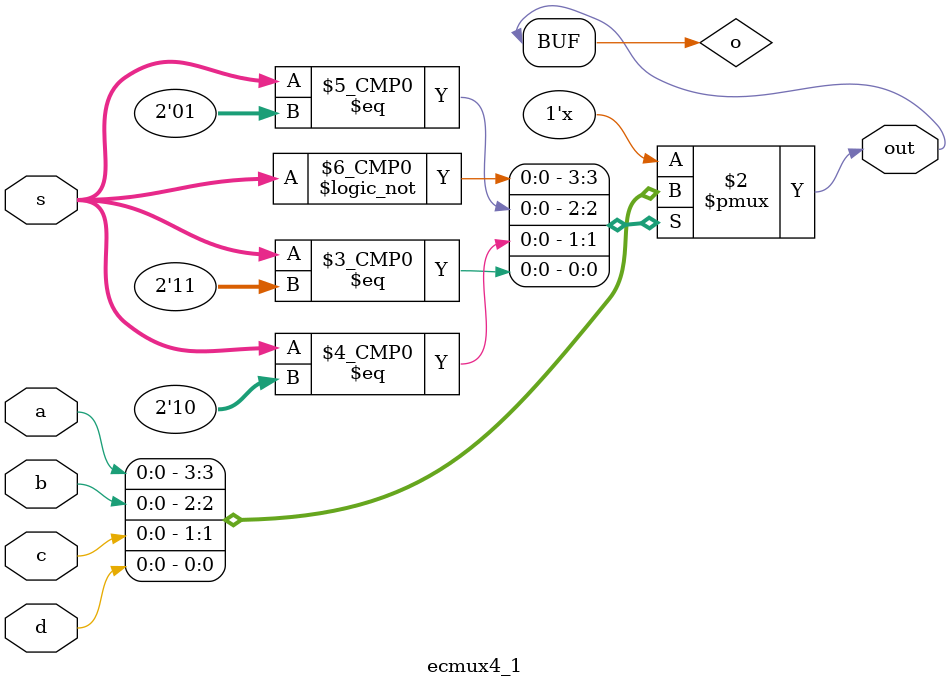
<source format=v>
module ecmux4_1(a, b, c, d, s, out);
	input a, b, c, d;
	input [1:0] s;
	output out;

	reg o;

	always @(s or a or b or c or d)
	begin
		case(s)
			2'b00: o = a;
			2'b01: o = b;
			2'b10: o = c;
			2'b11: o = d;
		endcase
	end

	assign out = o;

endmodule

</source>
